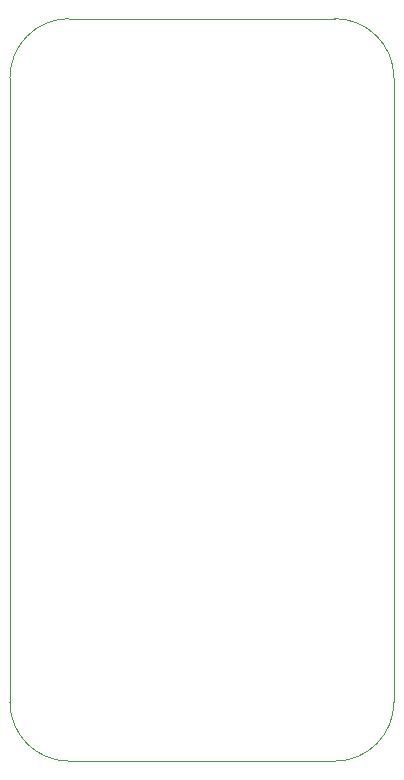
<source format=gbr>
%TF.GenerationSoftware,KiCad,Pcbnew,8.0.1*%
%TF.CreationDate,2024-04-11T20:05:42-05:00*%
%TF.ProjectId,One-to-One LA Adapter,4f6e652d-746f-42d4-9f6e-65204c412041,rev?*%
%TF.SameCoordinates,Original*%
%TF.FileFunction,Profile,NP*%
%FSLAX46Y46*%
G04 Gerber Fmt 4.6, Leading zero omitted, Abs format (unit mm)*
G04 Created by KiCad (PCBNEW 8.0.1) date 2024-04-11 20:05:42*
%MOMM*%
%LPD*%
G01*
G04 APERTURE LIST*
%TA.AperFunction,Profile*%
%ADD10C,0.050000*%
%TD*%
G04 APERTURE END LIST*
D10*
X167386000Y-115650000D02*
G75*
G02*
X162386000Y-120650000I-5000000J0D01*
G01*
X134874000Y-62785000D02*
G75*
G02*
X139874000Y-57785000I5000000J0D01*
G01*
X139874000Y-120650000D02*
G75*
G02*
X134874000Y-115650000I0J5000000D01*
G01*
X134874000Y-115650000D02*
X134874000Y-62785000D01*
X162386000Y-120650000D02*
X139874000Y-120650000D01*
X167386000Y-62785000D02*
X167386000Y-115650000D01*
X162386000Y-57785000D02*
G75*
G02*
X167386000Y-62785000I0J-5000000D01*
G01*
X139874000Y-57785000D02*
X162386000Y-57785000D01*
M02*

</source>
